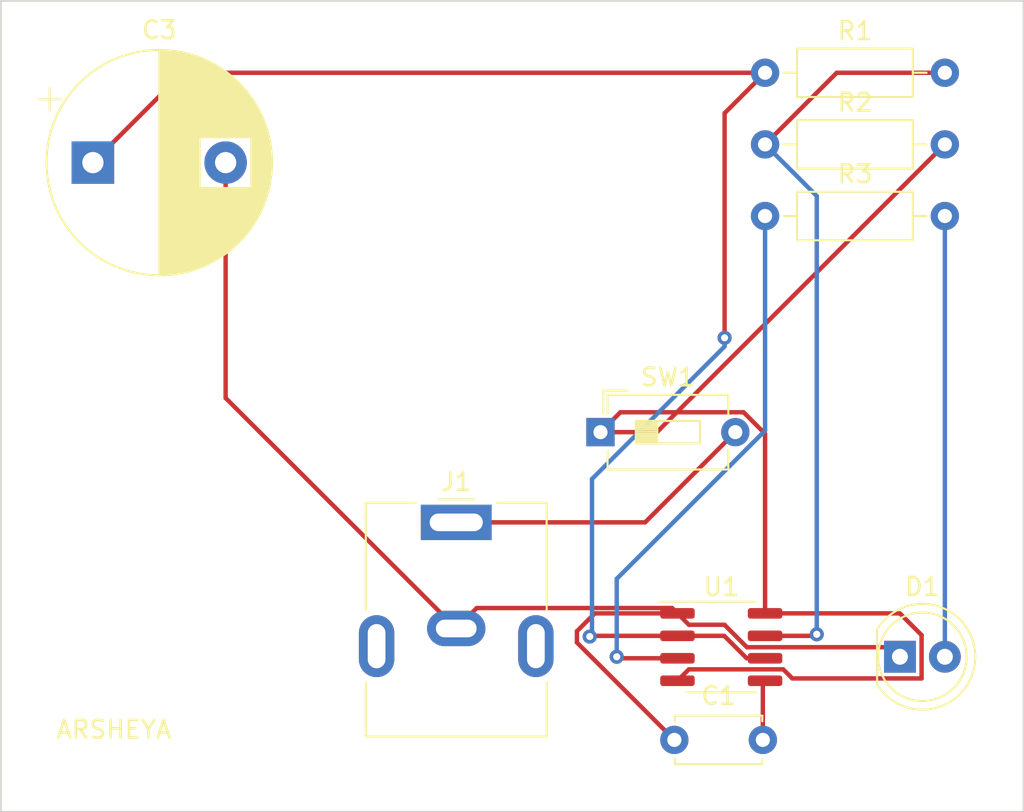
<source format=kicad_pcb>
(kicad_pcb (version 20221018) (generator pcbnew)
  (layers (0 "F.Cu" signal) (31 "B.Cu" signal) (34 "B.Paste" user) (35 "F.Paste" user) (36 "B.SilkS" user "B.Silkscreen") (37 "F.SilkS" user "F.Silkscreen") (38 "B.Mask" user) (39 "F.Mask" user) (44 "Edge.Cuts" user))
  (net 0 "")
  (net 1 "GND")
  (net 2 "Net-(U1-CV)")
  (net 3 "CONN")
  (net 4 "Net-(D1-A)")
  (net 5 "Net-(J1-Pin_1)")
  (net 6 "Net-(U1-DIS)")
  (net 7 "+9V")
  (net 8 "/OUTPUT")
  (footprint "Resistor_THT:R_Axial_DIN0207_L6.3mm_D2.5mm_P10.16mm_Horizontal" (layer "F.Cu") (at 137.16 47.23)
    (fp_text reference "R2" (at 5.08 -2.37) (layer "F.SilkS"))
    (fp_text value "10K")
    (fp_line (start 1.04 0) (end 1.81 0) (stroke (width 0.12)) (layer "F.SilkS"))
    (fp_line (start 1.81 -1.37) (end 1.81 1.37) (stroke (width 0.12)) (layer "F.SilkS"))
    (fp_line (start 1.81 1.37) (end 8.35 1.37) (stroke (width 0.12)) (layer "F.SilkS"))
    (fp_line (start 8.35 -1.37) (end 1.81 -1.37) (stroke (width 0.12)) (layer "F.SilkS"))
    (fp_line (start 8.35 1.37) (end 8.35 -1.37) (stroke (width 0.12)) (layer "F.SilkS"))
    (fp_line (start 9.12 0) (end 8.35 0) (stroke (width 0.12)) (layer "F.SilkS"))
    (pad "1" thru_hole circle (at 0 0) (size 1.6 1.6) (drill 0.8) (layers "*.Cu" "*.Mask") (net 6 "Net-(U1-DIS)"))
    (pad "2" thru_hole oval (at 10.16 0) (size 1.6 1.6) (drill 0.8) (layers "*.Cu" "*.Mask") (net 7 "+9V"))
  )
  (footprint "Resistor_THT:R_Axial_DIN0207_L6.3mm_D2.5mm_P10.16mm_Horizontal" (layer "F.Cu") (at 137.16 51.28)
    (fp_text reference "R3" (at 5.08 -2.37) (layer "F.SilkS"))
    (fp_text value "470")
    (fp_line (start 1.04 0) (end 1.81 0) (stroke (width 0.12)) (layer "F.SilkS"))
    (fp_line (start 1.81 -1.37) (end 1.81 1.37) (stroke (width 0.12)) (layer "F.SilkS"))
    (fp_line (start 1.81 1.37) (end 8.35 1.37) (stroke (width 0.12)) (layer "F.SilkS"))
    (fp_line (start 8.35 -1.37) (end 1.81 -1.37) (stroke (width 0.12)) (layer "F.SilkS"))
    (fp_line (start 8.35 1.37) (end 8.35 -1.37) (stroke (width 0.12)) (layer "F.SilkS"))
    (fp_line (start 9.12 0) (end 8.35 0) (stroke (width 0.12)) (layer "F.SilkS"))
    (pad "1" thru_hole circle (at 0 0) (size 1.6 1.6) (drill 0.8) (layers "*.Cu" "*.Mask") (net 8 "/OUTPUT"))
    (pad "2" thru_hole oval (at 10.16 0) (size 1.6 1.6) (drill 0.8) (layers "*.Cu" "*.Mask") (net 4 "Net-(D1-A)"))
  )
  (footprint "Button_Switch_THT:SW_DIP_SPSTx01_Slide_6.7x4.1mm_W7.62mm_P2.54mm_LowProfile" (layer "F.Cu") (at 127.86 63.5)
    (fp_text reference "SW1" (at 3.81 -3.11) (layer "F.SilkS"))
    (fp_text value "SW_DIP_x01")
    (fp_line (start 0.16 -2.35) (end 0.16 -1.04) (stroke (width 0.12)) (layer "F.SilkS"))
    (fp_line (start 0.16 -2.35) (end 1.543 -2.35) (stroke (width 0.12)) (layer "F.SilkS"))
    (fp_line (start 0.4 -2.11) (end 0.4 -1.04) (stroke (width 0.12)) (layer "F.SilkS"))
    (fp_line (start 0.4 -2.11) (end 7.221 -2.11) (stroke (width 0.12)) (layer "F.SilkS"))
    (fp_line (start 0.4 1.04) (end 0.4 2.11) (stroke (width 0.12)) (layer "F.SilkS"))
    (fp_line (start 0.4 2.11) (end 7.221 2.11) (stroke (width 0.12)) (layer "F.SilkS"))
    (fp_line (start 2 -0.635) (end 2 0.635) (stroke (width 0.12)) (layer "F.SilkS"))
    (fp_line (start 2 -0.515) (end 3.206667 -0.515) (stroke (width 0.12)) (layer "F.SilkS"))
    (fp_line (start 2 -0.395) (end 3.206667 -0.395) (stroke (width 0.12)) (layer "F.SilkS"))
    (fp_line (start 2 -0.275) (end 3.206667 -0.275) (stroke (width 0.12)) (layer "F.SilkS"))
    (fp_line (start 2 -0.155) (end 3.206667 -0.155) (stroke (width 0.12)) (layer "F.SilkS"))
    (fp_line (start 2 -0.035) (end 3.206667 -0.035) (stroke (width 0.12)) (layer "F.SilkS"))
    (fp_line (start 2 0.085) (end 3.206667 0.085) (stroke (width 0.12)) (layer "F.SilkS"))
    (fp_line (start 2 0.205) (end 3.206667 0.205) (stroke (width 0.12)) (layer "F.SilkS"))
    (fp_line (start 2 0.325) (end 3.206667 0.325) (stroke (width 0.12)) (layer "F.SilkS"))
    (fp_line (start 2 0.445) (end 3.206667 0.445) (stroke (width 0.12)) (layer "F.SilkS"))
    (fp_line (start 2 0.565) (end 3.206667 0.565) (stroke (width 0.12)) (layer "F.SilkS"))
    (fp_line (start 2 0.635) (end 5.62 0.635) (stroke (width 0.12)) (layer "F.SilkS"))
    (fp_line (start 3.206667 -0.635) (end 3.206667 0.635) (stroke (width 0.12)) (layer "F.SilkS"))
    (fp_line (start 5.62 -0.635) (end 2 -0.635) (stroke (width 0.12)) (layer "F.SilkS"))
    (fp_line (start 5.62 0.635) (end 5.62 -0.635) (stroke (width 0.12)) (layer "F.SilkS"))
    (fp_line (start 7.221 -2.11) (end 7.221 -0.99) (stroke (width 0.12)) (layer "F.SilkS"))
    (fp_line (start 7.221 0.99) (end 7.221 2.11) (stroke (width 0.12)) (layer "F.SilkS"))
    (pad "1" thru_hole rect (at 0 0) (size 1.6 1.6) (drill 0.8) (layers "*.Cu" "*.Mask") (net 7 "+9V"))
    (pad "2" thru_hole oval (at 7.62 0) (size 1.6 1.6) (drill 0.8) (layers "*.Cu" "*.Mask") (net 5 "Net-(J1-Pin_1)"))
  )
  (footprint "Package_SO:SOIC-8_3.9x4.9mm_P1.27mm" (layer "F.Cu") (at 134.685 75.65)
    (fp_text reference "U1" (at 0 -3.4) (layer "F.SilkS"))
    (fp_text value "LM555xM")
    (fp_line (start 0 -2.56) (end -3.45 -2.56) (stroke (width 0.12)) (layer "F.SilkS"))
    (fp_line (start 0 -2.56) (end 1.95 -2.56) (stroke (width 0.12)) (layer "F.SilkS"))
    (fp_line (start 0 2.56) (end -1.95 2.56) (stroke (width 0.12)) (layer "F.SilkS"))
    (fp_line (start 0 2.56) (end 1.95 2.56) (stroke (width 0.12)) (layer "F.SilkS"))
    (pad "1" smd roundrect (at -2.475 -1.905) (size 1.95 0.6) (layers "F.Cu" "F.Paste" "F.Mask") (net 1 "GND"))
    (pad "2" smd roundrect (at -2.475 -0.635) (size 1.95 0.6) (layers "F.Cu" "F.Paste" "F.Mask") (net 3 "CONN"))
    (pad "3" smd roundrect (at -2.475 0.635) (size 1.95 0.6) (layers "F.Cu" "F.Paste" "F.Mask") (net 8 "/OUTPUT"))
    (pad "4" smd roundrect (at -2.475 1.905) (size 1.95 0.6) (layers "F.Cu" "F.Paste" "F.Mask") (net 7 "+9V"))
    (pad "5" smd roundrect (at 2.475 1.905) (size 1.95 0.6) (layers "F.Cu" "F.Paste" "F.Mask") (net 2 "Net-(U1-CV)"))
    (pad "6" smd roundrect (at 2.475 0.635) (size 1.95 0.6) (layers "F.Cu" "F.Paste" "F.Mask") (net 3 "CONN"))
    (pad "7" smd roundrect (at 2.475 -0.635) (size 1.95 0.6) (layers "F.Cu" "F.Paste" "F.Mask") (net 6 "Net-(U1-DIS)"))
    (pad "8" smd roundrect (at 2.475 -1.905) (size 1.95 0.6) (layers "F.Cu" "F.Paste" "F.Mask") (net 7 "+9V"))
  )
  (footprint "Capacitor_THT:C_Disc_D4.7mm_W2.5mm_P5.00mm" (layer "F.Cu") (at 132.035 80.9)
    (fp_text reference "C1" (at 2.5 -2.5) (layer "F.SilkS"))
    (fp_text value "10n")
    (fp_line (start 0.03 -1.37) (end 0.03 -1.055) (stroke (width 0.12)) (layer "F.SilkS"))
    (fp_line (start 0.03 -1.37) (end 4.97 -1.37) (stroke (width 0.12)) (layer "F.SilkS"))
    (fp_line (start 0.03 1.055) (end 0.03 1.37) (stroke (width 0.12)) (layer "F.SilkS"))
    (fp_line (start 0.03 1.37) (end 4.97 1.37) (stroke (width 0.12)) (layer "F.SilkS"))
    (fp_line (start 4.97 -1.37) (end 4.97 -1.055) (stroke (width 0.12)) (layer "F.SilkS"))
    (fp_line (start 4.97 1.055) (end 4.97 1.37) (stroke (width 0.12)) (layer "F.SilkS"))
    (pad "1" thru_hole circle (at 0 0) (size 1.6 1.6) (drill 0.8) (layers "*.Cu" "*.Mask") (net 1 "GND"))
    (pad "2" thru_hole circle (at 5 0) (size 1.6 1.6) (drill 0.8) (layers "*.Cu" "*.Mask") (net 2 "Net-(U1-CV)"))
  )
  (footprint "Connector_BarrelJack:BarrelJack_CUI_PJ-063AH_Horizontal" (layer "F.Cu") (at 119.71 68.6)
    (fp_text reference "J1" (at 0 -2.3) (layer "F.SilkS"))
    (fp_text value "Screw_Terminal_01x02")
    (fp_line (start -5.11 -1.11) (end -2.3 -1.11) (stroke (width 0.12)) (layer "F.SilkS"))
    (fp_line (start -5.11 4.95) (end -5.11 -1.11) (stroke (width 0.12)) (layer "F.SilkS"))
    (fp_line (start -5.11 12.11) (end -5.11 9.05) (stroke (width 0.12)) (layer "F.SilkS"))
    (fp_line (start -1 -1.3) (end 1 -1.3) (stroke (width 0.12)) (layer "F.SilkS"))
    (fp_line (start 2.3 -1.11) (end 5.11 -1.11) (stroke (width 0.12)) (layer "F.SilkS"))
    (fp_line (start 5.11 -1.11) (end 5.11 4.95) (stroke (width 0.12)) (layer "F.SilkS"))
    (fp_line (start 5.11 9.05) (end 5.11 12.11) (stroke (width 0.12)) (layer "F.SilkS"))
    (fp_line (start 5.11 12.11) (end -5.11 12.11) (stroke (width 0.12)) (layer "F.SilkS"))
    (pad "" np_thru_hole circle (at 0 9) (size 1.6 1.6) (drill 1.6) (layers "*.Cu" "*.Mask"))
    (pad "1" thru_hole rect (at 0 0) (size 4 2) (drill oval 3 1) (layers "*.Cu" "*.Mask") (net 5 "Net-(J1-Pin_1)"))
    (pad "2" thru_hole oval (at 0 6) (size 3.3 2) (drill oval 2.3 1) (layers "*.Cu" "*.Mask") (net 1 "GND"))
    (pad "MP" thru_hole oval (at -4.5 7) (size 2 3.5) (drill oval 1 2.5) (layers "*.Cu" "*.Mask"))
    (pad "MP" thru_hole oval (at 4.5 7) (size 2 3.5) (drill oval 1 2.5) (layers "*.Cu" "*.Mask"))
  )
  (footprint "LED_THT:LED_D5.0mm" (layer "F.Cu") (at 144.78 76.2)
    (fp_text reference "D1" (at 1.27 -3.96) (layer "F.SilkS"))
    (fp_text value "LED")
    (fp_line (start -1.29 -1.545) (end -1.29 1.545) (stroke (width 0.12)) (layer "F.SilkS"))
    (fp_arc (start -1.29 -1.54483) (mid 2.072002 -2.880433) (end 4.26 0.000462) (stroke (width 0.12)) (layer "F.SilkS"))
    (fp_arc (start 4.26 -0.000462) (mid 2.072002 2.880433) (end -1.29 1.54483) (stroke (width 0.12)) (layer "F.SilkS"))
    (fp_circle (center 1.27 0) (end 3.77 0) (stroke (width 0.12)) (fill none) (layer "F.SilkS"))
    (pad "1" thru_hole rect (at 0 0) (size 1.8 1.8) (drill 0.9) (layers "*.Cu" "*.Mask") (net 1 "GND"))
    (pad "2" thru_hole circle (at 2.54 0) (size 1.8 1.8) (drill 0.9) (layers "*.Cu" "*.Mask") (net 4 "Net-(D1-A)"))
  )
  (footprint "Capacitor_THT:CP_Radial_D12.5mm_P7.50mm" (layer "F.Cu") (at 99.18 48.26)
    (fp_text reference "C3" (at 3.75 -7.5) (layer "F.SilkS"))
    (fp_text value "100u")
    (fp_line (start -3.067082 -3.575) (end -1.817082 -3.575) (stroke (width 0.12)) (layer "F.SilkS"))
    (fp_line (start -2.442082 -4.2) (end -2.442082 -2.95) (stroke (width 0.12)) (layer "F.SilkS"))
    (fp_line (start 3.75 -6.33) (end 3.75 6.33) (stroke (width 0.12)) (layer "F.SilkS"))
    (fp_line (start 3.79 -6.33) (end 3.79 6.33) (stroke (width 0.12)) (layer "F.SilkS"))
    (fp_line (start 3.83 -6.33) (end 3.83 6.33) (stroke (width 0.12)) (layer "F.SilkS"))
    (fp_line (start 3.87 -6.329) (end 3.87 6.329) (stroke (width 0.12)) (layer "F.SilkS"))
    (fp_line (start 3.91 -6.328) (end 3.91 6.328) (stroke (width 0.12)) (layer "F.SilkS"))
    (fp_line (start 3.95 -6.327) (end 3.95 6.327) (stroke (width 0.12)) (layer "F.SilkS"))
    (fp_line (start 3.99 -6.326) (end 3.99 6.326) (stroke (width 0.12)) (layer "F.SilkS"))
    (fp_line (start 4.03 -6.324) (end 4.03 6.324) (stroke (width 0.12)) (layer "F.SilkS"))
    (fp_line (start 4.07 -6.322) (end 4.07 6.322) (stroke (width 0.12)) (layer "F.SilkS"))
    (fp_line (start 4.11 -6.32) (end 4.11 6.32) (stroke (width 0.12)) (layer "F.SilkS"))
    (fp_line (start 4.15 -6.318) (end 4.15 6.318) (stroke (width 0.12)) (layer "F.SilkS"))
    (fp_line (start 4.19 -6.315) (end 4.19 6.315) (stroke (width 0.12)) (layer "F.SilkS"))
    (fp_line (start 4.23 -6.312) (end 4.23 6.312) (stroke (width 0.12)) (layer "F.SilkS"))
    (fp_line (start 4.27 -6.309) (end 4.27 6.309) (stroke (width 0.12)) (layer "F.SilkS"))
    (fp_line (start 4.31 -6.306) (end 4.31 6.306) (stroke (width 0.12)) (layer "F.SilkS"))
    (fp_line (start 4.35 -6.302) (end 4.35 6.302) (stroke (width 0.12)) (layer "F.SilkS"))
    (fp_line (start 4.39 -6.298) (end 4.39 6.298) (stroke (width 0.12)) (layer "F.SilkS"))
    (fp_line (start 4.43 -6.294) (end 4.43 6.294) (stroke (width 0.12)) (layer "F.SilkS"))
    (fp_line (start 4.471 -6.29) (end 4.471 6.29) (stroke (width 0.12)) (layer "F.SilkS"))
    (fp_line (start 4.511 -6.285) (end 4.511 6.285) (stroke (width 0.12)) (layer "F.SilkS"))
    (fp_line (start 4.551 -6.28) (end 4.551 6.28) (stroke (width 0.12)) (layer "F.SilkS"))
    (fp_line (start 4.591 -6.275) (end 4.591 6.275) (stroke (width 0.12)) (layer "F.SilkS"))
    (fp_line (start 4.631 -6.269) (end 4.631 6.269) (stroke (width 0.12)) (layer "F.SilkS"))
    (fp_line (start 4.671 -6.264) (end 4.671 6.264) (stroke (width 0.12)) (layer "F.SilkS"))
    (fp_line (start 4.711 -6.258) (end 4.711 6.258) (stroke (width 0.12)) (layer "F.SilkS"))
    (fp_line (start 4.751 -6.252) (end 4.751 6.252) (stroke (width 0.12)) (layer "F.SilkS"))
    (fp_line (start 4.791 -6.245) (end 4.791 6.245) (stroke (width 0.12)) (layer "F.SilkS"))
    (fp_line (start 4.831 -6.238) (end 4.831 6.238) (stroke (width 0.12)) (layer "F.SilkS"))
    (fp_line (start 4.871 -6.231) (end 4.871 6.231) (stroke (width 0.12)) (layer "F.SilkS"))
    (fp_line (start 4.911 -6.224) (end 4.911 6.224) (stroke (width 0.12)) (layer "F.SilkS"))
    (fp_line (start 4.951 -6.216) (end 4.951 6.216) (stroke (width 0.12)) (layer "F.SilkS"))
    (fp_line (start 4.991 -6.209) (end 4.991 6.209) (stroke (width 0.12)) (layer "F.SilkS"))
    (fp_line (start 5.031 -6.201) (end 5.031 6.201) (stroke (width 0.12)) (layer "F.SilkS"))
    (fp_line (start 5.071 -6.192) (end 5.071 6.192) (stroke (width 0.12)) (layer "F.SilkS"))
    (fp_line (start 5.111 -6.184) (end 5.111 6.184) (stroke (width 0.12)) (layer "F.SilkS"))
    (fp_line (start 5.151 -6.175) (end 5.151 6.175) (stroke (width 0.12)) (layer "F.SilkS"))
    (fp_line (start 5.191 -6.166) (end 5.191 6.166) (stroke (width 0.12)) (layer "F.SilkS"))
    (fp_line (start 5.231 -6.156) (end 5.231 6.156) (stroke (width 0.12)) (layer "F.SilkS"))
    (fp_line (start 5.271 -6.146) (end 5.271 6.146) (stroke (width 0.12)) (layer "F.SilkS"))
    (fp_line (start 5.311 -6.137) (end 5.311 6.137) (stroke (width 0.12)) (layer "F.SilkS"))
    (fp_line (start 5.351 -6.126) (end 5.351 6.126) (stroke (width 0.12)) (layer "F.SilkS"))
    (fp_line (start 5.391 -6.116) (end 5.391 6.116) (stroke (width 0.12)) (layer "F.SilkS"))
    (fp_line (start 5.431 -6.105) (end 5.431 6.105) (stroke (width 0.12)) (layer "F.SilkS"))
    (fp_line (start 5.471 -6.094) (end 5.471 6.094) (stroke (width 0.12)) (layer "F.SilkS"))
    (fp_line (start 5.511 -6.083) (end 5.511 6.083) (stroke (width 0.12)) (layer "F.SilkS"))
    (fp_line (start 5.551 -6.071) (end 5.551 6.071) (stroke (width 0.12)) (layer "F.SilkS"))
    (fp_line (start 5.591 -6.059) (end 5.591 6.059) (stroke (width 0.12)) (layer "F.SilkS"))
    (fp_line (start 5.631 -6.047) (end 5.631 6.047) (stroke (width 0.12)) (layer "F.SilkS"))
    (fp_line (start 5.671 -6.034) (end 5.671 6.034) (stroke (width 0.12)) (layer "F.SilkS"))
    (fp_line (start 5.711 -6.021) (end 5.711 6.021) (stroke (width 0.12)) (layer "F.SilkS"))
    (fp_line (start 5.751 -6.008) (end 5.751 6.008) (stroke (width 0.12)) (layer "F.SilkS"))
    (fp_line (start 5.791 -5.995) (end 5.791 5.995) (stroke (width 0.12)) (layer "F.SilkS"))
    (fp_line (start 5.831 -5.981) (end 5.831 5.981) (stroke (width 0.12)) (layer "F.SilkS"))
    (fp_line (start 5.871 -5.967) (end 5.871 5.967) (stroke (width 0.12)) (layer "F.SilkS"))
    (fp_line (start 5.911 -5.953) (end 5.911 5.953) (stroke (width 0.12)) (layer "F.SilkS"))
    (fp_line (start 5.951 -5.939) (end 5.951 5.939) (stroke (width 0.12)) (layer "F.SilkS"))
    (fp_line (start 5.991 -5.924) (end 5.991 5.924) (stroke (width 0.12)) (layer "F.SilkS"))
    (fp_line (start 6.031 -5.908) (end 6.031 5.908) (stroke (width 0.12)) (layer "F.SilkS"))
    (fp_line (start 6.071 -5.893) (end 6.071 -1.44) (stroke (width 0.12)) (layer "F.SilkS"))
    (fp_line (start 6.071 1.44) (end 6.071 5.893) (stroke (width 0.12)) (layer "F.SilkS"))
    (fp_line (start 6.111 -5.877) (end 6.111 -1.44) (stroke (width 0.12)) (layer "F.SilkS"))
    (fp_line (start 6.111 1.44) (end 6.111 5.877) (stroke (width 0.12)) (layer "F.SilkS"))
    (fp_line (start 6.151 -5.861) (end 6.151 -1.44) (stroke (width 0.12)) (layer "F.SilkS"))
    (fp_line (start 6.151 1.44) (end 6.151 5.861) (stroke (width 0.12)) (layer "F.SilkS"))
    (fp_line (start 6.191 -5.845) (end 6.191 -1.44) (stroke (width 0.12)) (layer "F.SilkS"))
    (fp_line (start 6.191 1.44) (end 6.191 5.845) (stroke (width 0.12)) (layer "F.SilkS"))
    (fp_line (start 6.231 -5.828) (end 6.231 -1.44) (stroke (width 0.12)) (layer "F.SilkS"))
    (fp_line (start 6.231 1.44) (end 6.231 5.828) (stroke (width 0.12)) (layer "F.SilkS"))
    (fp_line (start 6.271 -5.811) (end 6.271 -1.44) (stroke (width 0.12)) (layer "F.SilkS"))
    (fp_line (start 6.271 1.44) (end 6.271 5.811) (stroke (width 0.12)) (layer "F.SilkS"))
    (fp_line (start 6.311 -5.793) (end 6.311 -1.44) (stroke (width 0.12)) (layer "F.SilkS"))
    (fp_line (start 6.311 1.44) (end 6.311 5.793) (stroke (width 0.12)) (layer "F.SilkS"))
    (fp_line (start 6.351 -5.776) (end 6.351 -1.44) (stroke (width 0.12)) (layer "F.SilkS"))
    (fp_line (start 6.351 1.44) (end 6.351 5.776) (stroke (width 0.12)) (layer "F.SilkS"))
    (fp_line (start 6.391 -5.758) (end 6.391 -1.44) (stroke (width 0.12)) (layer "F.SilkS"))
    (fp_line (start 6.391 1.44) (end 6.391 5.758) (stroke (width 0.12)) (layer "F.SilkS"))
    (fp_line (start 6.431 -5.739) (end 6.431 -1.44) (stroke (width 0.12)) (layer "F.SilkS"))
    (fp_line (start 6.431 1.44) (end 6.431 5.739) (stroke (width 0.12)) (layer "F.SilkS"))
    (fp_line (start 6.471 -5.721) (end 6.471 -1.44) (stroke (width 0.12)) (layer "F.SilkS"))
    (fp_line (start 6.471 1.44) (end 6.471 5.721) (stroke (width 0.12)) (layer "F.SilkS"))
    (fp_line (start 6.511 -5.702) (end 6.511 -1.44) (stroke (width 0.12)) (layer "F.SilkS"))
    (fp_line (start 6.511 1.44) (end 6.511 5.702) (stroke (width 0.12)) (layer "F.SilkS"))
    (fp_line (start 6.551 -5.682) (end 6.551 -1.44) (stroke (width 0.12)) (layer "F.SilkS"))
    (fp_line (start 6.551 1.44) (end 6.551 5.682) (stroke (width 0.12)) (layer "F.SilkS"))
    (fp_line (start 6.591 -5.662) (end 6.591 -1.44) (stroke (width 0.12)) (layer "F.SilkS"))
    (fp_line (start 6.591 1.44) (end 6.591 5.662) (stroke (width 0.12)) (layer "F.SilkS"))
    (fp_line (start 6.631 -5.642) (end 6.631 -1.44) (stroke (width 0.12)) (layer "F.SilkS"))
    (fp_line (start 6.631 1.44) (end 6.631 5.642) (stroke (width 0.12)) (layer "F.SilkS"))
    (fp_line (start 6.671 -5.622) (end 6.671 -1.44) (stroke (width 0.12)) (layer "F.SilkS"))
    (fp_line (start 6.671 1.44) (end 6.671 5.622) (stroke (width 0.12)) (layer "F.SilkS"))
    (fp_line (start 6.711 -5.601) (end 6.711 -1.44) (stroke (width 0.12)) (layer "F.SilkS"))
    (fp_line (start 6.711 1.44) (end 6.711 5.601) (stroke (width 0.12)) (layer "F.SilkS"))
    (fp_line (start 6.751 -5.58) (end 6.751 -1.44) (stroke (width 0.12)) (layer "F.SilkS"))
    (fp_line (start 6.751 1.44) (end 6.751 5.58) (stroke (width 0.12)) (layer "F.SilkS"))
    (fp_line (start 6.791 -5.558) (end 6.791 -1.44) (stroke (width 0.12)) (layer "F.SilkS"))
    (fp_line (start 6.791 1.44) (end 6.791 5.558) (stroke (width 0.12)) (layer "F.SilkS"))
    (fp_line (start 6.831 -5.536) (end 6.831 -1.44) (stroke (width 0.12)) (layer "F.SilkS"))
    (fp_line (start 6.831 1.44) (end 6.831 5.536) (stroke (width 0.12)) (layer "F.SilkS"))
    (fp_line (start 6.871 -5.514) (end 6.871 -1.44) (stroke (width 0.12)) (layer "F.SilkS"))
    (fp_line (start 6.871 1.44) (end 6.871 5.514) (stroke (width 0.12)) (layer "F.SilkS"))
    (fp_line (start 6.911 -5.491) (end 6.911 -1.44) (stroke (width 0.12)) (layer "F.SilkS"))
    (fp_line (start 6.911 1.44) (end 6.911 5.491) (stroke (width 0.12)) (layer "F.SilkS"))
    (fp_line (start 6.951 -5.468) (end 6.951 -1.44) (stroke (width 0.12)) (layer "F.SilkS"))
    (fp_line (start 6.951 1.44) (end 6.951 5.468) (stroke (width 0.12)) (layer "F.SilkS"))
    (fp_line (start 6.991 -5.445) (end 6.991 -1.44) (stroke (width 0.12)) (layer "F.SilkS"))
    (fp_line (start 6.991 1.44) (end 6.991 5.445) (stroke (width 0.12)) (layer "F.SilkS"))
    (fp_line (start 7.031 -5.421) (end 7.031 -1.44) (stroke (width 0.12)) (layer "F.SilkS"))
    (fp_line (start 7.031 1.44) (end 7.031 5.421) (stroke (width 0.12)) (layer "F.SilkS"))
    (fp_line (start 7.071 -5.397) (end 7.071 -1.44) (stroke (width 0.12)) (layer "F.SilkS"))
    (fp_line (start 7.071 1.44) (end 7.071 5.397) (stroke (width 0.12)) (layer "F.SilkS"))
    (fp_line (start 7.111 -5.372) (end 7.111 -1.44) (stroke (width 0.12)) (layer "F.SilkS"))
    (fp_line (start 7.111 1.44) (end 7.111 5.372) (stroke (width 0.12)) (layer "F.SilkS"))
    (fp_line (start 7.151 -5.347) (end 7.151 -1.44) (stroke (width 0.12)) (layer "F.SilkS"))
    (fp_line (start 7.151 1.44) (end 7.151 5.347) (stroke (width 0.12)) (layer "F.SilkS"))
    (fp_line (start 7.191 -5.322) (end 7.191 -1.44) (stroke (width 0.12)) (layer "F.SilkS"))
    (fp_line (start 7.191 1.44) (end 7.191 5.322) (stroke (width 0.12)) (layer "F.SilkS"))
    (fp_line (start 7.231 -5.296) (end 7.231 -1.44) (stroke (width 0.12)) (layer "F.SilkS"))
    (fp_line (start 7.231 1.44) (end 7.231 5.296) (stroke (width 0.12)) (layer "F.SilkS"))
    (fp_line (start 7.271 -5.27) (end 7.271 -1.44) (stroke (width 0.12)) (layer "F.SilkS"))
    (fp_line (start 7.271 1.44) (end 7.271 5.27) (stroke (width 0.12)) (layer "F.SilkS"))
    (fp_line (start 7.311 -5.243) (end 7.311 -1.44) (stroke (width 0.12)) (layer "F.SilkS"))
    (fp_line (start 7.311 1.44) (end 7.311 5.243) (stroke (width 0.12)) (layer "F.SilkS"))
    (fp_line (start 7.351 -5.216) (end 7.351 -1.44) (stroke (width 0.12)) (layer "F.SilkS"))
    (fp_line (start 7.351 1.44) (end 7.351 5.216) (stroke (width 0.12)) (layer "F.SilkS"))
    (fp_line (start 7.391 -5.188) (end 7.391 -1.44) (stroke (width 0.12)) (layer "F.SilkS"))
    (fp_line (start 7.391 1.44) (end 7.391 5.188) (stroke (width 0.12)) (layer "F.SilkS"))
    (fp_line (start 7.431 -5.16) (end 7.431 -1.44) (stroke (width 0.12)) (layer "F.SilkS"))
    (fp_line (start 7.431 1.44) (end 7.431 5.16) (stroke (width 0.12)) (layer "F.SilkS"))
    (fp_line (start 7.471 -5.131) (end 7.471 -1.44) (stroke (width 0.12)) (layer "F.SilkS"))
    (fp_line (start 7.471 1.44) (end 7.471 5.131) (stroke (width 0.12)) (layer "F.SilkS"))
    (fp_line (start 7.511 -5.102) (end 7.511 -1.44) (stroke (width 0.12)) (layer "F.SilkS"))
    (fp_line (start 7.511 1.44) (end 7.511 5.102) (stroke (width 0.12)) (layer "F.SilkS"))
    (fp_line (start 7.551 -5.073) (end 7.551 -1.44) (stroke (width 0.12)) (layer "F.SilkS"))
    (fp_line (start 7.551 1.44) (end 7.551 5.073) (stroke (width 0.12)) (layer "F.SilkS"))
    (fp_line (start 7.591 -5.043) (end 7.591 -1.44) (stroke (width 0.12)) (layer "F.SilkS"))
    (fp_line (start 7.591 1.44) (end 7.591 5.043) (stroke (width 0.12)) (layer "F.SilkS"))
    (fp_line (start 7.631 -5.012) (end 7.631 -1.44) (stroke (width 0.12)) (layer "F.SilkS"))
    (fp_line (start 7.631 1.44) (end 7.631 5.012) (stroke (width 0.12)) (layer "F.SilkS"))
    (fp_line (start 7.671 -4.982) (end 7.671 -1.44) (stroke (width 0.12)) (layer "F.SilkS"))
    (fp_line (start 7.671 1.44) (end 7.671 4.982) (stroke (width 0.12)) (layer "F.SilkS"))
    (fp_line (start 7.711 -4.95) (end 7.711 -1.44) (stroke (width 0.12)) (layer "F.SilkS"))
    (fp_line (start 7.711 1.44) (end 7.711 4.95) (stroke (width 0.12)) (layer "F.SilkS"))
    (fp_line (start 7.751 -4.918) (end 7.751 -1.44) (stroke (width 0.12)) (layer "F.SilkS"))
    (fp_line (start 7.751 1.44) (end 7.751 4.918) (stroke (width 0.12)) (layer "F.SilkS"))
    (fp_line (start 7.791 -4.885) (end 7.791 -1.44) (stroke (width 0.12)) (layer "F.SilkS"))
    (fp_line (start 7.791 1.44) (end 7.791 4.885) (stroke (width 0.12)) (layer "F.SilkS"))
    (fp_line (start 7.831 -4.852) (end 7.831 -1.44) (stroke (width 0.12)) (layer "F.SilkS"))
    (fp_line (start 7.831 1.44) (end 7.831 4.852) (stroke (width 0.12)) (layer "F.SilkS"))
    (fp_line (start 7.871 -4.819) (end 7.871 -1.44) (stroke (width 0.12)) (layer "F.SilkS"))
    (fp_line (start 7.871 1.44) (end 7.871 4.819) (stroke (width 0.12)) (layer "F.SilkS"))
    (fp_line (start 7.911 -4.785) (end 7.911 -1.44) (stroke (width 0.12)) (layer "F.SilkS"))
    (fp_line (start 7.911 1.44) (end 7.911 4.785) (stroke (width 0.12)) (layer "F.SilkS"))
    (fp_line (start 7.951 -4.75) (end 7.951 -1.44) (stroke (width 0.12)) (layer "F.SilkS"))
    (fp_line (start 7.951 1.44) (end 7.951 4.75) (stroke (width 0.12)) (layer "F.SilkS"))
    (fp_line (start 7.991 -4.714) (end 7.991 -1.44) (stroke (width 0.12)) (layer "F.SilkS"))
    (fp_line (start 7.991 1.44) (end 7.991 4.714) (stroke (width 0.12)) (layer "F.SilkS"))
    (fp_line (start 8.031 -4.678) (end 8.031 -1.44) (stroke (width 0.12)) (layer "F.SilkS"))
    (fp_line (start 8.031 1.44) (end 8.031 4.678) (stroke (width 0.12)) (layer "F.SilkS"))
    (fp_line (start 8.071 -4.642) (end 8.071 -1.44) (stroke (width 0.12)) (layer "F.SilkS"))
    (fp_line (start 8.071 1.44) (end 8.071 4.642) (stroke (width 0.12)) (layer "F.SilkS"))
    (fp_line (start 8.111 -4.605) (end 8.111 -1.44) (stroke (width 0.12)) (layer "F.SilkS"))
    (fp_line (start 8.111 1.44) (end 8.111 4.605) (stroke (width 0.12)) (layer "F.SilkS"))
    (fp_line (start 8.151 -4.567) (end 8.151 -1.44) (stroke (width 0.12)) (layer "F.SilkS"))
    (fp_line (start 8.151 1.44) (end 8.151 4.567) (stroke (width 0.12)) (layer "F.SilkS"))
    (fp_line (start 8.191 -4.528) (end 8.191 -1.44) (stroke (width 0.12)) (layer "F.SilkS"))
    (fp_line (start 8.191 1.44) (end 8.191 4.528) (stroke (width 0.12)) (layer "F.SilkS"))
    (fp_line (start 8.231 -4.489) (end 8.231 -1.44) (stroke (width 0.12)) (layer "F.SilkS"))
    (fp_line (start 8.231 1.44) (end 8.231 4.489) (stroke (width 0.12)) (layer "F.SilkS"))
    (fp_line (start 8.271 -4.449) (end 8.271 -1.44) (stroke (width 0.12)) (layer "F.SilkS"))
    (fp_line (start 8.271 1.44) (end 8.271 4.449) (stroke (width 0.12)) (layer "F.SilkS"))
    (fp_line (start 8.311 -4.408) (end 8.311 -1.44) (stroke (width 0.12)) (layer "F.SilkS"))
    (fp_line (start 8.311 1.44) (end 8.311 4.408) (stroke (width 0.12)) (layer "F.SilkS"))
    (fp_line (start 8.351 -4.367) (end 8.351 -1.44) (stroke (width 0.12)) (layer "F.SilkS"))
    (fp_line (start 8.351 1.44) (end 8.351 4.367) (stroke (width 0.12)) (layer "F.SilkS"))
    (fp_line (start 8.391 -4.325) (end 8.391 -1.44) (stroke (width 0.12)) (layer "F.SilkS"))
    (fp_line (start 8.391 1.44) (end 8.391 4.325) (stroke (width 0.12)) (layer "F.SilkS"))
    (fp_line (start 8.431 -4.282) (end 8.431 -1.44) (stroke (width 0.12)) (layer "F.SilkS"))
    (fp_line (start 8.431 1.44) (end 8.431 4.282) (stroke (width 0.12)) (layer "F.SilkS"))
    (fp_line (start 8.471 -4.238) (end 8.471 -1.44) (stroke (width 0.12)) (layer "F.SilkS"))
    (fp_line (start 8.471 1.44) (end 8.471 4.238) (stroke (width 0.12)) (layer "F.SilkS"))
    (fp_line (start 8.511 -4.194) (end 8.511 -1.44) (stroke (width 0.12)) (layer "F.SilkS"))
    (fp_line (start 8.511 1.44) (end 8.511 4.194) (stroke (width 0.12)) (layer "F.SilkS"))
    (fp_line (start 8.551 -4.148) (end 8.551 -1.44) (stroke (width 0.12)) (layer "F.SilkS"))
    (fp_line (start 8.551 1.44) (end 8.551 4.148) (stroke (width 0.12)) (layer "F.SilkS"))
    (fp_line (start 8.591 -4.102) (end 8.591 -1.44) (stroke (width 0.12)) (layer "F.SilkS"))
    (fp_line (start 8.591 1.44) (end 8.591 4.102) (stroke (width 0.12)) (layer "F.SilkS"))
    (fp_line (start 8.631 -4.055) (end 8.631 -1.44) (stroke (width 0.12)) (layer "F.SilkS"))
    (fp_line (start 8.631 1.44) (end 8.631 4.055) (stroke (width 0.12)) (layer "F.SilkS"))
    (fp_line (start 8.671 -4.007) (end 8.671 -1.44) (stroke (width 0.12)) (layer "F.SilkS"))
    (fp_line (start 8.671 1.44) (end 8.671 4.007) (stroke (width 0.12)) (layer "F.SilkS"))
    (fp_line (start 8.711 -3.957) (end 8.711 -1.44) (stroke (width 0.12)) (layer "F.SilkS"))
    (fp_line (start 8.711 1.44) (end 8.711 3.957) (stroke (width 0.12)) (layer "F.SilkS"))
    (fp_line (start 8.751 -3.907) (end 8.751 -1.44) (stroke (width 0.12)) (layer "F.SilkS"))
    (fp_line (start 8.751 1.44) (end 8.751 3.907) (stroke (width 0.12)) (layer "F.SilkS"))
    (fp_line (start 8.791 -3.856) (end 8.791 -1.44) (stroke (width 0.12)) (layer "F.SilkS"))
    (fp_line (start 8.791 1.44) (end 8.791 3.856) (stroke (width 0.12)) (layer "F.SilkS"))
    (fp_line (start 8.831 -3.804) (end 8.831 -1.44) (stroke (width 0.12)) (layer "F.SilkS"))
    (fp_line (start 8.831 1.44) (end 8.831 3.804) (stroke (width 0.12)) (layer "F.SilkS"))
    (fp_line (start 8.871 -3.75) (end 8.871 -1.44) (stroke (width 0.12)) (layer "F.SilkS"))
    (fp_line (start 8.871 1.44) (end 8.871 3.75) (stroke (width 0.12)) (layer "F.SilkS"))
    (fp_line (start 8.911 -3.696) (end 8.911 -1.44) (stroke (width 0.12)) (layer "F.SilkS"))
    (fp_line (start 8.911 1.44) (end 8.911 3.696) (stroke (width 0.12)) (layer "F.SilkS"))
    (fp_line (start 8.951 -3.64) (end 8.951 3.64) (stroke (width 0.12)) (layer "F.SilkS"))
    (fp_line (start 8.991 -3.583) (end 8.991 3.583) (stroke (width 0.12)) (layer "F.SilkS"))
    (fp_line (start 9.031 -3.524) (end 9.031 3.524) (stroke (width 0.12)) (layer "F.SilkS"))
    (fp_line (start 9.071 -3.464) (end 9.071 3.464) (stroke (width 0.12)) (layer "F.SilkS"))
    (fp_line (start 9.111 -3.402) (end 9.111 3.402) (stroke (width 0.12)) (layer "F.SilkS"))
    (fp_line (start 9.151 -3.339) (end 9.151 3.339) (stroke (width 0.12)) (layer "F.SilkS"))
    (fp_line (start 9.191 -3.275) (end 9.191 3.275) (stroke (width 0.12)) (layer "F.SilkS"))
    (fp_line (start 9.231 -3.208) (end 9.231 3.208) (stroke (width 0.12)) (layer "F.SilkS"))
    (fp_line (start 9.271 -3.14) (end 9.271 3.14) (stroke (width 0.12)) (layer "F.SilkS"))
    (fp_line (start 9.311 -3.069) (end 9.311 3.069) (stroke (width 0.12)) (layer "F.SilkS"))
    (fp_line (start 9.351 -2.996) (end 9.351 2.996) (stroke (width 0.12)) (layer "F.SilkS"))
    (fp_line (start 9.391 -2.921) (end 9.391 2.921) (stroke (width 0.12)) (layer "F.SilkS"))
    (fp_line (start 9.431 -2.844) (end 9.431 2.844) (stroke (width 0.12)) (layer "F.SilkS"))
    (fp_line (start 9.471 -2.764) (end 9.471 2.764) (stroke (width 0.12)) (layer "F.SilkS"))
    (fp_line (start 9.511 -2.681) (end 9.511 2.681) (stroke (width 0.12)) (layer "F.SilkS"))
    (fp_line (start 9.551 -2.594) (end 9.551 2.594) (stroke (width 0.12)) (layer "F.SilkS"))
    (fp_line (start 9.591 -2.504) (end 9.591 2.504) (stroke (width 0.12)) (layer "F.SilkS"))
    (fp_line (start 9.631 -2.41) (end 9.631 2.41) (stroke (width 0.12)) (layer "F.SilkS"))
    (fp_line (start 9.671 -2.312) (end 9.671 2.312) (stroke (width 0.12)) (layer "F.SilkS"))
    (fp_line (start 9.711 -2.209) (end 9.711 2.209) (stroke (width 0.12)) (layer "F.SilkS"))
    (fp_line (start 9.751 -2.1) (end 9.751 2.1) (stroke (width 0.12)) (layer "F.SilkS"))
    (fp_line (start 9.791 -1.984) (end 9.791 1.984) (stroke (width 0.12)) (layer "F.SilkS"))
    (fp_line (start 9.831 -1.861) (end 9.831 1.861) (stroke (width 0.12)) (layer "F.SilkS"))
    (fp_line (start 9.871 -1.728) (end 9.871 1.728) (stroke (width 0.12)) (layer "F.SilkS"))
    (fp_line (start 9.911 -1.583) (end 9.911 1.583) (stroke (width 0.12)) (layer "F.SilkS"))
    (fp_line (start 9.951 -1.422) (end 9.951 1.422) (stroke (width 0.12)) (layer "F.SilkS"))
    (fp_line (start 9.991 -1.241) (end 9.991 1.241) (stroke (width 0.12)) (layer "F.SilkS"))
    (fp_line (start 10.031 -1.028) (end 10.031 1.028) (stroke (width 0.12)) (layer "F.SilkS"))
    (fp_line (start 10.071 -0.757) (end 10.071 0.757) (stroke (width 0.12)) (layer "F.SilkS"))
    (fp_line (start 10.111 -0.317) (end 10.111 0.317) (stroke (width 0.12)) (layer "F.SilkS"))
    (fp_circle (center 3.75 0) (end 10.12 0) (stroke (width 0.12)) (fill none) (layer "F.SilkS"))
    (pad "1" thru_hole rect (at 0 0) (size 2.4 2.4) (drill 1.2) (layers "*.Cu" "*.Mask") (net 3 "CONN"))
    (pad "2" thru_hole circle (at 7.5 0) (size 2.4 2.4) (drill 1.2) (layers "*.Cu" "*.Mask") (net 1 "GND"))
  )
  (footprint "Resistor_THT:R_Axial_DIN0207_L6.3mm_D2.5mm_P10.16mm_Horizontal" (layer "F.Cu") (at 137.16 43.18)
    (fp_text reference "R1" (at 5.08 -2.37) (layer "F.SilkS"))
    (fp_text value "15K")
    (fp_line (start 1.04 0) (end 1.81 0) (stroke (width 0.12)) (layer "F.SilkS"))
    (fp_line (start 1.81 -1.37) (end 1.81 1.37) (stroke (width 0.12)) (layer "F.SilkS"))
    (fp_line (start 1.81 1.37) (end 8.35 1.37) (stroke (width 0.12)) (layer "F.SilkS"))
    (fp_line (start 8.35 -1.37) (end 1.81 -1.37) (stroke (width 0.12)) (layer "F.SilkS"))
    (fp_line (start 8.35 1.37) (end 8.35 -1.37) (stroke (width 0.12)) (layer "F.SilkS"))
    (fp_line (start 9.12 0) (end 8.35 0) (stroke (width 0.12)) (layer "F.SilkS"))
    (pad "1" thru_hole circle (at 0 0) (size 1.6 1.6) (drill 0.8) (layers "*.Cu" "*.Mask") (net 3 "CONN"))
    (pad "2" thru_hole oval (at 10.16 0) (size 1.6 1.6) (drill 0.8) (layers "*.Cu" "*.Mask") (net 6 "Net-(U1-DIS)"))
  )
  (gr_rect (start 93.98 39.116) (end 151.765 84.963) (stroke (width 0.1)) (fill none) (layer "Edge.Cuts"))
  (gr_text "ARSHEYA\n" (at 97.028 80.899) (layer "F.SilkS") (effects (font (size 1 1)) (justify left bottom)))
  (segment (start 126.529 74.756695) (end 127.540695 73.745) (width 0.25) (layer "F.Cu") (net 1))
  (segment (start 120.864999 73.445001) (end 131.910001 73.445001) (width 0.25) (layer "F.Cu") (net 1))
  (segment (start 134.864092 74.39) (end 136.134092 75.66) (width 0.25) (layer "F.Cu") (net 1))
  (segment (start 144.24 75.66) (end 144.78 76.2) (width 0.25) (layer "F.Cu") (net 1))
  (segment (start 119.71 74.6) (end 120.864999 73.445001) (width 0.25) (layer "F.Cu") (net 1))
  (segment (start 106.68 61.57) (end 119.71 74.6) (width 0.25) (layer "F.Cu") (net 1))
  (segment (start 132.855 74.39) (end 134.864092 74.39) (width 0.25) (layer "F.Cu") (net 1))
  (segment (start 127.540695 73.745) (end 132.21 73.745) (width 0.25) (layer "F.Cu") (net 1))
  (segment (start 126.529 75.394) (end 126.529 74.756695) (width 0.25) (layer "F.Cu") (net 1))
  (segment (start 131.910001 73.445001) (end 132.21 73.745) (width 0.25) (layer "F.Cu") (net 1))
  (segment (start 132.21 73.745) (end 132.855 74.39) (width 0.25) (layer "F.Cu") (net 1))
  (segment (start 106.68 48.26) (end 106.68 61.57) (width 0.25) (layer "F.Cu") (net 1))
  (segment (start 136.134092 75.66) (end 144.24 75.66) (width 0.25) (layer "F.Cu") (net 1))
  (segment (start 132.035 80.9) (end 126.529 75.394) (width 0.25) (layer "F.Cu") (net 1))
  (segment (start 137.035 80.9) (end 137.035 77.68) (width 0.25) (layer "F.Cu") (net 2))
  (segment (start 137.035 77.68) (end 137.16 77.555) (width 0.25) (layer "F.Cu") (net 2))
  (segment (start 127.296 75.015) (end 132.21 75.015) (width 0.25) (layer "F.Cu") (net 3))
  (segment (start 134.874 58.166) (end 134.874 58.039) (width 0.25) (layer "F.Cu") (net 3))
  (segment (start 127.254 75.057) (end 127.296 75.015) (width 0.25) (layer "F.Cu") (net 3))
  (segment (start 132.21 75.015) (end 134.852696 75.015) (width 0.25) (layer "F.Cu") (net 3))
  (segment (start 134.852696 75.015) (end 136.122696 76.285) (width 0.25) (layer "F.Cu") (net 3))
  (segment (start 136.122696 76.285) (end 137.16 76.285) (width 0.25) (layer "F.Cu") (net 3))
  (segment (start 99.18 48.26) (end 104.26 43.18) (width 0.25) (layer "F.Cu") (net 3))
  (segment (start 137.16 43.18) (end 134.874 45.466) (width 0.25) (layer "F.Cu") (net 3))
  (segment (start 134.874 45.466) (end 134.874 58.166) (width 0.25) (layer "F.Cu") (net 3))
  (segment (start 104.26 43.18) (end 137.16 43.18) (width 0.25) (layer "F.Cu") (net 3))
  (via (at 127.254 75.057) (size 0.8) (drill 0.4) (layers "F.Cu" "B.Cu") (net 3))
  (via (at 134.874 58.166) (size 0.8) (drill 0.4) (layers "F.Cu" "B.Cu") (net 3))
  (segment (start 127.381 74.93) (end 127.254 75.057) (width 0.25) (layer "B.Cu") (net 3))
  (segment (start 134.874 58.166) (end 134.874 58.656) (width 0.25) (layer "B.Cu") (net 3))
  (segment (start 127.381 66.149) (end 127.381 74.93) (width 0.25) (layer "B.Cu") (net 3))
  (segment (start 134.874 58.656) (end 127.381 66.149) (width 0.25) (layer "B.Cu") (net 3))
  (segment (start 147.32 76.2) (end 147.32 51.28) (width 0.25) (layer "B.Cu") (net 4))
  (segment (start 130.38 68.6) (end 135.48 63.5) (width 0.25) (layer "F.Cu") (net 5))
  (segment (start 119.71 68.6) (end 130.38 68.6) (width 0.25) (layer "F.Cu") (net 5))
  (segment (start 141.21 43.18) (end 137.16 47.23) (width 0.25) (layer "F.Cu") (net 6))
  (segment (start 147.32 43.18) (end 141.21 43.18) (width 0.25) (layer "F.Cu") (net 6))
  (segment (start 139.996 75.015) (end 137.16 75.015) (width 0.25) (layer "F.Cu") (net 6))
  (segment (start 140.081 74.93) (end 139.996 75.015) (width 0.25) (layer "F.Cu") (net 6))
  (via (at 140.081 74.93) (size 0.8) (drill 0.4) (layers "F.Cu" "B.Cu") (net 6))
  (segment (start 140.081 50.151) (end 140.081 74.93) (width 0.25) (layer "B.Cu") (net 6))
  (segment (start 137.16 47.23) (end 140.081 50.151) (width 0.25) (layer "B.Cu") (net 6))
  (segment (start 140.081 74.93) (end 140.081 74.803) (width 0.25) (layer "B.Cu") (net 6))
  (segment (start 128.985 62.375) (end 127.86 63.5) (width 0.25) (layer "F.Cu") (net 7))
  (segment (start 132.21 77.555) (end 132.855 76.91) (width 0.25) (layer "F.Cu") (net 7))
  (segment (start 132.855 76.91) (end 138.185908 76.91) (width 0.25) (layer "F.Cu") (net 7))
  (segment (start 135.945991 62.375) (end 128.985 62.375) (width 0.25) (layer "F.Cu") (net 7))
  (segment (start 137.16 63.589009) (end 135.945991 62.375) (width 0.25) (layer "F.Cu") (net 7))
  (segment (start 137.16 73.745) (end 137.16 63.589009) (width 0.25) (layer "F.Cu") (net 7))
  (segment (start 144.775 73.745) (end 137.16 73.745) (width 0.25) (layer "F.Cu") (net 7))
  (segment (start 138.185908 76.91) (end 138.700908 77.425) (width 0.25) (layer "F.Cu") (net 7))
  (segment (start 146.005 74.975) (end 144.775 73.745) (width 0.25) (layer "F.Cu") (net 7))
  (segment (start 127.86 63.5) (end 131.05 63.5) (width 0.25) (layer "F.Cu") (net 7))
  (segment (start 146.005 77.425) (end 146.005 74.975) (width 0.25) (layer "F.Cu") (net 7))
  (segment (start 138.700908 77.425) (end 146.005 77.425) (width 0.25) (layer "F.Cu") (net 7))
  (segment (start 131.05 63.5) (end 147.32 47.23) (width 0.25) (layer "F.Cu") (net 7))
  (segment (start 128.863 76.285) (end 132.21 76.285) (width 0.25) (layer "F.Cu") (net 8))
  (segment (start 128.778 76.2) (end 128.863 76.285) (width 0.25) (layer "F.Cu") (net 8))
  (via (at 128.778 76.2) (size 0.8) (drill 0.4) (layers "F.Cu" "B.Cu") (net 8))
  (segment (start 128.778 71.792991) (end 128.778 76.2) (width 0.25) (layer "B.Cu") (net 8))
  (segment (start 137.16 63.410991) (end 128.778 71.792991) (width 0.25) (layer "B.Cu") (net 8))
  (segment (start 137.16 51.28) (end 137.16 63.410991) (width 0.25) (layer "B.Cu") (net 8))
  (segment (start 128.778 76.2) (end 128.778 76.327) (width 0.25) (layer "B.Cu") (net 8))
)
</source>
